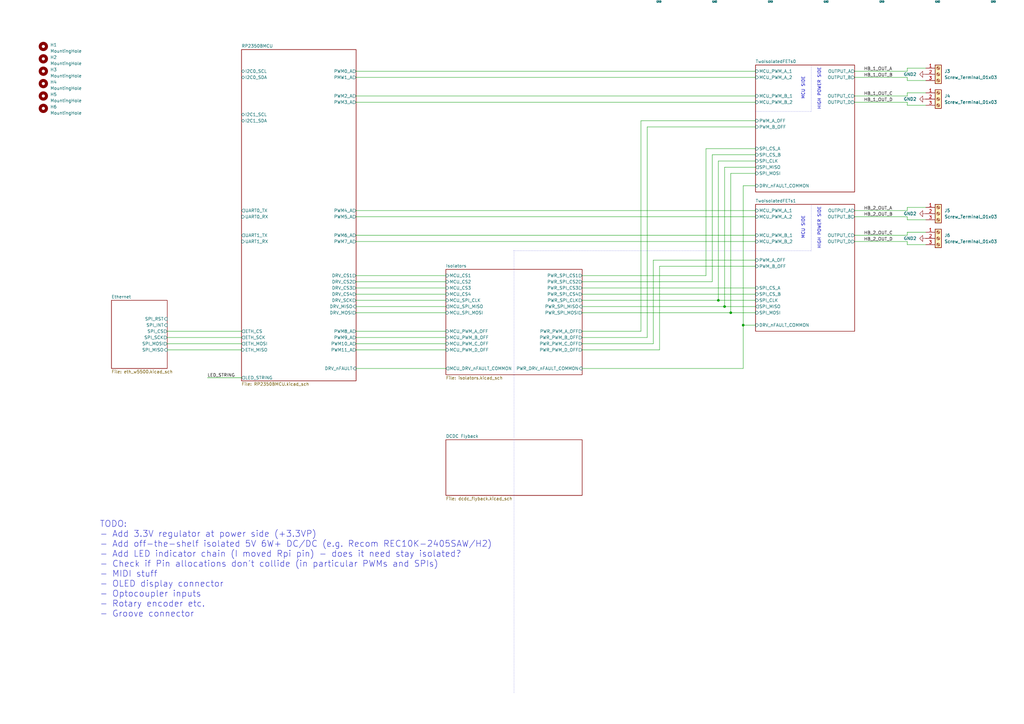
<source format=kicad_sch>
(kicad_sch (version 20250114) (generator "eeschema") (generator_version "9.0")
  (paper "A3")
  (lib_symbols
    (symbol "Connector:Screw_Terminal_01x03" (pin_names (offset 1.016) (hide yes))
      (property "Reference" "J" (at 0 5.08 0))
      (property "Value" "Screw_Terminal_01x03" (at 0 -5.08 0))
      (symbol "Screw_Terminal_01x03_1_1"
        (rectangle (start -1.27 3.81) (end 1.27 -3.81) (stroke (width 0.254)) (fill (type background)))
        (polyline (pts (xy -0.5334 2.8702) (xy 0.3302 2.032)) (stroke (width 0.1524)))
        (polyline (pts (xy -0.5334 0.3302) (xy 0.3302 -0.508)) (stroke (width 0.1524)))
        (polyline (pts (xy -0.5334 -2.2098) (xy 0.3302 -3.048)) (stroke (width 0.1524)))
        (polyline (pts (xy -0.3556 3.048) (xy 0.508 2.2098)) (stroke (width 0.1524)))
        (polyline (pts (xy -0.3556 0.508) (xy 0.508 -0.3302)) (stroke (width 0.1524)))
        (polyline (pts (xy -0.3556 -2.032) (xy 0.508 -2.8702)) (stroke (width 0.1524)))
        (circle (center 0 2.54) (radius 0.635) (stroke (width 0.1524)))
        (circle (center 0 0) (radius 0.635) (stroke (width 0.1524)))
        (circle (center 0 -2.54) (radius 0.635) (stroke (width 0.1524)))
        (pin passive line (at -5.08 2.54 0) (length 3.81) (name "Pin_1") (number "1"))
        (pin passive line (at -5.08 0 0) (length 3.81) (name "Pin_2") (number "2"))
        (pin passive line (at -5.08 -2.54 0) (length 3.81) (name "Pin_3") (number "3"))
      )
    )
    (symbol "Mechanical:MountingHole" (pin_names (offset 1.016))
      (property "Reference" "H" (at 0 5.08 0))
      (property "Value" "MountingHole" (at 0 3.175 0))
      (symbol "MountingHole_0_1"
        (circle (center 0 0) (radius 1.27) (stroke (width 1.27)))
      )
    )
    (symbol "TINRS - Wobbler (pico)sch-eagle-import:C-EUC0402"
      (property "Reference" "C" (at 1.524 0.381 0))
      (property "Value" "C-EUC0402" (at 1.524 -4.699 0))
      (symbol "C-EUC0402_1_0"
        (rectangle (start -0.762 -1.016) (end 0.762 -0.508) (fill (type outline)))
        (rectangle (start -0.762 -2.032) (end 0.762 -1.524) (fill (type outline)))
        (polyline (pts (xy 0 0) (xy 0 -0.508)) (stroke (width 0.1524)))
        (polyline (pts (xy 0 -2.54) (xy 0 -2.032)) (stroke (width 0.1524)))
        (pin passive line (at 0 2.54 270) (length 2.54) (name "1") (number "1"))
        (pin passive line (at 0 -5.08 90) (length 2.54) (name "2") (number "2"))
      )
    )
    (symbol "TINRS - Wobbler (pico)sch-eagle-import:GND" (power)
      (property "Value" "GND" (at 0 -1.27 0))
      (symbol "GND_1_0"
        (polyline (pts (xy -1.905 0) (xy 1.905 0)) (stroke (width 0.254)))
        (polyline (pts (xy -1.397 -0.508) (xy 1.397 -0.508)) (stroke (width 0.254)))
        (polyline (pts (xy -0.889 -1.016) (xy 0.889 -1.016)) (stroke (width 0.254)))
        (pin power_in line (at 0 2.54 270) (length 2.54) (name "GND") (number "1"))
      )
    )
    (symbol "TinyLEDs:XL-1010"
      (symbol "XL-1010_0_1"
        (rectangle (start -3.81 6.35) (end 3.81 -2.54))
      )
      (symbol "XL-1010_1_1"
        (pin input line (at -6.35 0 0) (length 2.54) (name "DI") (number "4"))
        (pin power_in line (at 0 8.89 270) (length 2.54) (name "VDD") (number "2"))
        (pin power_in line (at 0 -5.08 90) (length 2.54) (name "GND") (number "3"))
        (pin output line (at 6.35 0 180) (length 2.54) (name "DO") (number "1"))
      )
    )
    (symbol "power:+3.3V" (power) (pin_numbers (hide yes)) (pin_names (offset 0) (hide yes))
      (property "Value" "+3.3V" (at 0 3.556 0))
      (symbol "+3.3V_0_1"
        (polyline (pts (xy -0.762 1.27) (xy 0 2.54)))
        (polyline (pts (xy 0 2.54) (xy 0.762 1.27)))
        (polyline (pts (xy 0 0) (xy 0 2.54)))
      )
      (symbol "+3.3V_1_1"
        (pin power_in line (at 0 0 90) (length 0) (name "~") (number "1"))
      )
    )
    (symbol "power:GND2" (power) (pin_numbers (hide yes)) (pin_names (offset 0) (hide yes))
      (property "Value" "GND2" (at 0 -3.81 0))
      (symbol "GND2_0_1"
        (polyline (pts (xy 0 0) (xy 0 -1.27) (xy 1.27 -1.27) (xy 0 -2.54) (xy -1.27 -1.27) (xy 0 -1.27)))
      )
      (symbol "GND2_1_1"
        (pin power_in line (at 0 0 270) (length 0) (name "~") (number "1"))
      )
    )
  )
  (text "MCU SIDE" (at 329.438 93.218 90) (effects (font (size 1.27 1.27))))
  (text "HIGH POWER SIDE" (at 336.042 36.322 90) (effects (font (size 1.27 1.27))))
  (text "MCU SIDE" (at 329.438 36.068 90) (effects (font (size 1.27 1.27))))
  (text "HIGH POWER SIDE" (at 336.042 93.472 90) (effects (font (size 1.27 1.27))))
  (text "TODO:\n- Add 3.3V regulator at power side (+3.3VP)\n- Add off-the-shelf isolated 5V 6W+ DC/DC (e.g. Recom REC10K-2405SAW/H2)\n- Add LED indicator chain (I moved Rpi pin) - does it need stay isolated?\n- Check if Pin allocations don't collide (in particular PWMs and SPIs)\n- MIDI stuff\n- OLED display connector\n- Optocoupler inputs\n- Rotary encoder etc.\n- Groove connector" (at 40.894 233.426 0) (effects (font (size 2.54 2.54)) (justify left)))
  (junction (at 304.8 133.35))
  (junction (at 297.18 125.73))
  (junction (at 294.64 123.19))
  (junction (at 299.72 128.27))
  (wire (pts (xy 238.76 125.73) (xy 297.18 125.73)))
  (wire (pts (xy 309.88 71.12) (xy 299.72 71.12)))
  (wire (pts (xy 297.18 125.73) (xy 309.88 125.73)))
  (wire (pts (xy 299.72 128.27) (xy 309.88 128.27)))
  (wire (pts (xy 146.05 99.06) (xy 309.88 99.06)))
  (wire (pts (xy 289.56 60.96) (xy 289.56 113.03)))
  (wire (pts (xy 309.88 76.2) (xy 304.8 76.2)))
  (wire (pts (xy 372.11 43.18) (xy 372.11 41.91)))
  (wire (pts (xy 350.52 39.37) (xy 372.11 39.37)))
  (wire (pts (xy 146.05 86.36) (xy 309.88 86.36)))
  (wire (pts (xy 146.05 138.43) (xy 182.88 138.43)))
  (wire (pts (xy 372.11 90.17) (xy 372.11 88.9)))
  (wire (pts (xy 267.97 106.68) (xy 267.97 140.97)))
  (wire (pts (xy 68.58 135.89) (xy 99.06 135.89)))
  (wire (pts (xy 379.73 43.18) (xy 372.11 43.18)))
  (wire (pts (xy 262.89 49.53) (xy 262.89 135.89)))
  (wire (pts (xy 238.76 138.43) (xy 265.43 138.43)))
  (wire (pts (xy 304.8 76.2) (xy 304.8 133.35)))
  (wire (pts (xy 146.05 128.27) (xy 182.88 128.27)))
  (wire (pts (xy 379.73 33.02) (xy 372.11 33.02)))
  (polyline (pts (xy 332.74 102.87) (xy 332.74 83.82)) (stroke (width 0) (type dot)))
  (wire (pts (xy 146.05 135.89) (xy 182.88 135.89)))
  (wire (pts (xy 265.43 52.07) (xy 309.88 52.07)))
  (wire (pts (xy 304.8 133.35) (xy 309.88 133.35)))
  (wire (pts (xy 372.11 95.25) (xy 379.73 95.25)))
  (wire (pts (xy 146.05 125.73) (xy 182.88 125.73)))
  (wire (pts (xy 238.76 140.97) (xy 267.97 140.97)))
  (wire (pts (xy 355.6 -19.05) (xy 365.76 -19.05)))
  (wire (pts (xy 292.1 63.5) (xy 309.88 63.5)))
  (wire (pts (xy 146.05 143.51) (xy 182.88 143.51)))
  (wire (pts (xy 372.11 96.52) (xy 372.11 95.25)))
  (wire (pts (xy 424.18 -19.05) (xy 434.34 -19.05)))
  (wire (pts (xy 146.05 88.9) (xy 309.88 88.9)))
  (wire (pts (xy 68.58 138.43) (xy 99.06 138.43)))
  (wire (pts (xy 309.88 49.53) (xy 262.89 49.53)))
  (wire (pts (xy 265.43 138.43) (xy 265.43 52.07)))
  (polyline (pts (xy 210.82 102.87) (xy 309.88 102.87)) (stroke (width 0) (type dot)))
  (wire (pts (xy 372.11 85.09) (xy 379.73 85.09)))
  (polyline (pts (xy 309.88 45.72) (xy 332.74 45.72)) (stroke (width 0) (type dot)))
  (wire (pts (xy 294.64 123.19) (xy 309.88 123.19)))
  (wire (pts (xy 238.76 128.27) (xy 299.72 128.27)))
  (wire (pts (xy 68.58 143.51) (xy 99.06 143.51)))
  (wire (pts (xy 294.64 66.04) (xy 294.64 123.19)))
  (wire (pts (xy 372.11 27.94) (xy 379.73 27.94)))
  (wire (pts (xy 350.52 29.21) (xy 372.11 29.21)))
  (wire (pts (xy 350.52 31.75) (xy 372.11 31.75)))
  (wire (pts (xy 372.11 33.02) (xy 372.11 31.75)))
  (wire (pts (xy 309.88 66.04) (xy 294.64 66.04)))
  (wire (pts (xy 146.05 29.21) (xy 309.88 29.21)))
  (wire (pts (xy 146.05 39.37) (xy 309.88 39.37)))
  (wire (pts (xy 304.8 151.13) (xy 304.8 133.35)))
  (wire (pts (xy 238.76 113.03) (xy 289.56 113.03)))
  (wire (pts (xy 350.52 88.9) (xy 372.11 88.9)))
  (wire (pts (xy 85.09 154.94) (xy 99.06 154.94)))
  (wire (pts (xy 238.76 120.65) (xy 309.88 120.65)))
  (wire (pts (xy 350.52 99.06) (xy 372.11 99.06)))
  (wire (pts (xy 146.05 151.13) (xy 182.88 151.13)))
  (wire (pts (xy 372.11 86.36) (xy 372.11 85.09)))
  (wire (pts (xy 379.73 90.17) (xy 372.11 90.17)))
  (wire (pts (xy 146.05 41.91) (xy 309.88 41.91)))
  (wire (pts (xy 332.74 -19.05) (xy 342.9 -19.05)))
  (wire (pts (xy 238.76 118.11) (xy 309.88 118.11)))
  (wire (pts (xy 309.88 106.68) (xy 267.97 106.68)))
  (wire (pts (xy 309.88 60.96) (xy 289.56 60.96)))
  (wire (pts (xy 350.52 96.52) (xy 372.11 96.52)))
  (polyline (pts (xy 332.74 45.72) (xy 332.74 26.67)) (stroke (width 0) (type dot)))
  (polyline (pts (xy 309.88 102.87) (xy 332.74 102.87)) (stroke (width 0) (type dot)))
  (wire (pts (xy 292.1 115.57) (xy 292.1 63.5)))
  (wire (pts (xy 372.11 100.33) (xy 372.11 99.06)))
  (wire (pts (xy 350.52 86.36) (xy 372.11 86.36)))
  (wire (pts (xy 238.76 135.89) (xy 262.89 135.89)))
  (wire (pts (xy 146.05 31.75) (xy 309.88 31.75)))
  (wire (pts (xy 297.18 68.58) (xy 297.18 125.73)))
  (wire (pts (xy 372.11 29.21) (xy 372.11 27.94)))
  (wire (pts (xy 297.18 -19.05) (xy 287.02 -19.05)))
  (wire (pts (xy 146.05 140.97) (xy 182.88 140.97)))
  (wire (pts (xy 270.51 143.51) (xy 270.51 109.22)))
  (wire (pts (xy 146.05 118.11) (xy 182.88 118.11)))
  (wire (pts (xy 299.72 71.12) (xy 299.72 128.27)))
  (wire (pts (xy 309.88 -19.05) (xy 320.04 -19.05)))
  (wire (pts (xy 270.51 109.22) (xy 309.88 109.22)))
  (wire (pts (xy 350.52 41.91) (xy 372.11 41.91)))
  (wire (pts (xy 146.05 123.19) (xy 182.88 123.19)))
  (wire (pts (xy 309.88 68.58) (xy 297.18 68.58)))
  (wire (pts (xy 401.32 -19.05) (xy 411.48 -19.05)))
  (wire (pts (xy 238.76 115.57) (xy 292.1 115.57)))
  (polyline (pts (xy 210.82 102.87) (xy 210.82 284.48)) (stroke (width 0) (type dot)))
  (wire (pts (xy 146.05 115.57) (xy 182.88 115.57)))
  (wire (pts (xy 238.76 143.51) (xy 270.51 143.51)))
  (wire (pts (xy 238.76 123.19) (xy 294.64 123.19)))
  (wire (pts (xy 146.05 113.03) (xy 182.88 113.03)))
  (wire (pts (xy 379.73 100.33) (xy 372.11 100.33)))
  (wire (pts (xy 372.11 38.1) (xy 379.73 38.1)))
  (wire (pts (xy 146.05 96.52) (xy 309.88 96.52)))
  (wire (pts (xy 372.11 39.37) (xy 372.11 38.1)))
  (wire (pts (xy 146.05 120.65) (xy 182.88 120.65)))
  (wire (pts (xy 378.46 -19.05) (xy 388.62 -19.05)))
  (wire (pts (xy 68.58 140.97) (xy 99.06 140.97)))
  (wire (pts (xy 238.76 151.13) (xy 304.8 151.13)))
  (label "HB_1_OUT_A" (at 354.33 29.21 0))
  (label "HB_2_OUT_C" (at 354.33 96.52 0))
  (label "HB_2_OUT_D" (at 354.33 99.06 0))
  (label "HB_2_OUT_B" (at 354.33 88.9 0))
  (label "LED_STRING" (at 274.32 -19.05 180))
  (label "HB_1_OUT_B" (at 354.33 31.75 0))
  (label "HB_1_OUT_D" (at 354.33 41.91 0))
  (label "LED_STRING" (at 85.09 154.94 0))
  (label "HB_1_OUT_C" (at 354.33 39.37 0))
  (label "HB_2_OUT_A" (at 354.33 86.36 0))
  (symbol (lib_id "power:+3.3V") (at 407.67 -11.43 0) (unit 1)
    (property "Reference" "#PWR0163" (effects (hide yes)))
    (property "Value" "+3V3" (at 407.416 -14.986 0))
  )
  (symbol (lib_id "power:+3.3V") (at 326.39 -27.94 0) (unit 1)
    (property "Reference" "#PWR0156" (effects (hide yes)))
    (property "Value" "+3V3" (at 326.39 -31.496 0))
  )
  (symbol (lib_id "TINRS - Wobbler (pico)sch-eagle-import:GND") (at 326.39 -11.43 0) (mirror y) (unit 1)
    (property "Reference" "#GND032" (effects (hide yes)))
    (property "Value" "GND" (at 326.136 -9.906 0) (effects (font (size 0.762 0.6477)) (justify top)))
  )
  (symbol (lib_id "power:+3.3V") (at 430.53 -11.43 0) (unit 1)
    (property "Reference" "#PWR0165" (effects (hide yes)))
    (property "Value" "+3V3" (at 430.276 -14.986 0))
  )
  (symbol (lib_id "TinyLEDs:XL-1010") (at 440.69 -19.05 0) (unit 1)
    (property "Reference" "D23" (effects (hide yes)))
    (property "Value" "C5349953" (effects (hide yes)))
    (property "Footprint" "TinyLEDs:XL-1010" (effects (hide yes)))
    (property "Datasheet" "https://datasheet.lcsc.com/lcsc/2301111010_XINGLIGHT-XL-1010RGBC-WS2812B_C5349953.pdf" (effects (hide yes)))
  )
  (symbol (lib_id "power:+3.3V") (at 280.67 -27.94 0) (unit 1)
    (property "Reference" "#PWR012" (effects (hide yes)))
    (property "Value" "+3V3" (at 280.67 -31.496 0))
  )
  (symbol (lib_id "TINRS - Wobbler (pico)sch-eagle-import:GND") (at 417.83 -11.43 0) (mirror y) (unit 1)
    (property "Reference" "#GND040" (effects (hide yes)))
    (property "Value" "GND" (at 417.576 -9.906 0) (effects (font (size 0.762 0.6477)) (justify top)))
  )
  (symbol (lib_id "TinyLEDs:XL-1010") (at 394.97 -19.05 0) (unit 1)
    (property "Reference" "D21" (effects (hide yes)))
    (property "Value" "C5349953" (effects (hide yes)))
    (property "Footprint" "TinyLEDs:XL-1010" (effects (hide yes)))
    (property "Datasheet" "https://datasheet.lcsc.com/lcsc/2301111010_XINGLIGHT-XL-1010RGBC-WS2812B_C5349953.pdf" (effects (hide yes)))
  )
  (symbol (lib_id "TINRS - Wobbler (pico)sch-eagle-import:GND") (at 361.95 -1.27 0) (mirror y) (unit 1)
    (property "Reference" "#GND035" (effects (hide yes)))
    (property "Value" "GND" (at 361.696 0.254 0) (effects (font (size 0.762 0.6477)) (justify top)))
  )
  (symbol (lib_id "TinyLEDs:XL-1010") (at 326.39 -19.05 0) (unit 1)
    (property "Reference" "D18" (effects (hide yes)))
    (property "Value" "C5349953" (effects (hide yes)))
    (property "Footprint" "TinyLEDs:XL-1010" (effects (hide yes)))
    (property "Datasheet" "https://datasheet.lcsc.com/lcsc/2301111010_XINGLIGHT-XL-1010RGBC-WS2812B_C5349953.pdf" (effects (hide yes)))
  )
  (symbol (lib_id "TINRS - Wobbler (pico)sch-eagle-import:C-EUC0402") (at 270.51 -6.35 180) (unit 1)
    (property "Reference" "C1" (at 266.954 -9.652 90) (effects (font (size 1.778 1.5113)) (justify left bottom)))
    (property "Value" "100nF" (at 271.526 -10.668 90) (effects (font (size 1.778 1.5113)) (justify left bottom)))
    (property "Footprint" "Capacitor_SMD:C_0402_1005Metric" (effects (hide yes)))
  )
  (symbol (lib_id "TINRS - Wobbler (pico)sch-eagle-import:GND") (at 384.81 -1.27 0) (mirror y) (unit 1)
    (property "Reference" "#GND037" (effects (hide yes)))
    (property "Value" "GND" (at 384.556 0.254 0) (effects (font (size 0.762 0.6477)) (justify top)))
  )
  (symbol (lib_id "power:+3.3V") (at 384.81 -11.43 0) (unit 1)
    (property "Reference" "#PWR0161" (effects (hide yes)))
    (property "Value" "+3V3" (at 384.556 -14.986 0))
  )
  (symbol (lib_id "power:+3.3V") (at 417.83 -27.94 0) (unit 1)
    (property "Reference" "#PWR0164" (effects (hide yes)))
    (property "Value" "+3V3" (at 417.83 -31.496 0))
  )
  (symbol (lib_id "power:GND2") (at 379.73 87.63 270) (unit 1)
    (property "Reference" "#PWR0171" (effects (hide yes)))
    (property "Value" "GND2" (at 375.92 87.6299 90) (effects (justify right)))
    (property "Description" "Power symbol creates a global label with name \"GND2\" , ground" (effects (hide yes)))
  )
  (symbol (lib_id "power:+3.3V") (at 349.25 -27.94 0) (unit 1)
    (property "Reference" "#PWR0158" (effects (hide yes)))
    (property "Value" "+3V3" (at 349.25 -31.496 0))
  )
  (symbol (lib_id "power:GND2") (at 379.73 97.79 270) (unit 1)
    (property "Reference" "#PWR0172" (effects (hide yes)))
    (property "Value" "GND2" (at 375.92 97.7899 90) (effects (justify right)))
    (property "Description" "Power symbol creates a global label with name \"GND2\" , ground" (effects (hide yes)))
  )
  (symbol (lib_id "TINRS - Wobbler (pico)sch-eagle-import:GND") (at 316.23 -1.27 0) (mirror y) (unit 1)
    (property "Reference" "#GND031" (effects (hide yes)))
    (property "Value" "GND" (at 315.976 0.254 0) (effects (font (size 0.762 0.6477)) (justify top)))
  )
  (symbol (lib_id "TINRS - Wobbler (pico)sch-eagle-import:GND") (at 280.67 -11.43 0) (mirror y) (unit 1)
    (property "Reference" "#GND02" (effects (hide yes)))
    (property "Value" "GND" (at 280.416 -9.906 0) (effects (font (size 0.762 0.6477)) (justify top)))
  )
  (symbol (lib_id "TinyLEDs:XL-1010") (at 280.67 -19.05 0) (unit 1)
    (property "Reference" "D2" (effects (hide yes)))
    (property "Value" "C5349953" (effects (hide yes)))
    (property "Footprint" "TinyLEDs:XL-1010" (effects (hide yes)))
    (property "Datasheet" "https://datasheet.lcsc.com/lcsc/2301111010_XINGLIGHT-XL-1010RGBC-WS2812B_C5349953.pdf" (effects (hide yes)))
  )
  (symbol (lib_id "TINRS - Wobbler (pico)sch-eagle-import:GND") (at 430.53 -1.27 0) (mirror y) (unit 1)
    (property "Reference" "#GND041" (effects (hide yes)))
    (property "Value" "GND" (at 430.276 0.254 0) (effects (font (size 0.762 0.6477)) (justify top)))
  )
  (symbol (lib_id "power:+3.3V") (at 316.23 -11.43 0) (unit 1)
    (property "Reference" "#PWR0129" (effects (hide yes)))
    (property "Value" "+3V3" (at 315.976 -14.986 0))
  )
  (symbol (lib_id "power:+3.3V") (at 372.11 -27.94 0) (unit 1)
    (property "Reference" "#PWR0160" (effects (hide yes)))
    (property "Value" "+3V3" (at 372.11 -31.496 0))
  )
  (symbol (lib_id "TINRS - Wobbler (pico)sch-eagle-import:GND") (at 270.51 -1.27 0) (mirror y) (unit 1)
    (property "Reference" "#GND01" (effects (hide yes)))
    (property "Value" "GND" (at 270.256 0.254 0) (effects (font (size 0.762 0.6477)) (justify top)))
  )
  (symbol (lib_id "TINRS - Wobbler (pico)sch-eagle-import:C-EUC0402") (at 293.37 -6.35 180) (unit 1)
    (property "Reference" "C2" (at 289.814 -9.652 90) (effects (font (size 1.778 1.5113)) (justify left bottom)))
    (property "Value" "100nF" (at 294.386 -10.668 90) (effects (font (size 1.778 1.5113)) (justify left bottom)))
    (property "Footprint" "Capacitor_SMD:C_0402_1005Metric" (effects (hide yes)))
  )
  (symbol (lib_id "TinyLEDs:XL-1010") (at 372.11 -19.05 0) (unit 1)
    (property "Reference" "D20" (effects (hide yes)))
    (property "Value" "C5349953" (effects (hide yes)))
    (property "Footprint" "TinyLEDs:XL-1010" (effects (hide yes)))
    (property "Datasheet" "https://datasheet.lcsc.com/lcsc/2301111010_XINGLIGHT-XL-1010RGBC-WS2812B_C5349953.pdf" (effects (hide yes)))
  )
  (symbol (lib_id "TINRS - Wobbler (pico)sch-eagle-import:C-EUC0402") (at 384.81 -6.35 180) (unit 1)
    (property "Reference" "C89" (at 381.254 -9.652 90) (effects (font (size 1.778 1.5113)) (justify left bottom)))
    (property "Value" "100nF" (at 385.826 -10.668 90) (effects (font (size 1.778 1.5113)) (justify left bottom)))
    (property "Footprint" "Capacitor_SMD:C_0402_1005Metric" (effects (hide yes)))
  )
  (symbol (lib_id "TINRS - Wobbler (pico)sch-eagle-import:C-EUC0402") (at 316.23 -6.35 180) (unit 1)
    (property "Reference" "C86" (at 312.674 -9.652 90) (effects (font (size 1.778 1.5113)) (justify left bottom)))
    (property "Value" "100nF" (at 317.246 -10.668 90) (effects (font (size 1.778 1.5113)) (justify left bottom)))
    (property "Footprint" "Capacitor_SMD:C_0402_1005Metric" (effects (hide yes)))
  )
  (symbol (lib_id "TINRS - Wobbler (pico)sch-eagle-import:GND") (at 339.09 -1.27 0) (mirror y) (unit 1)
    (property "Reference" "#GND033" (effects (hide yes)))
    (property "Value" "GND" (at 338.836 0.254 0) (effects (font (size 0.762 0.6477)) (justify top)))
  )
  (symbol (lib_id "Mechanical:MountingHole") (at 17.78 19.05 0) (unit 1)
    (property "Reference" "H1" (at 20.574 18.415 0) (effects (justify left)))
    (property "Value" "MountingHole" (at 20.574 20.955 0) (effects (justify left)))
    (property "Footprint" "MountingHole:MountingHole_3.2mm_M3" (effects (hide yes)))
  )
  (symbol (lib_id "Mechanical:MountingHole") (at 17.78 44.45 0) (unit 1)
    (property "Reference" "H6" (at 20.574 43.815 0) (effects (justify left)))
    (property "Value" "MountingHole" (at 20.574 46.355 0) (effects (justify left)))
    (property "Footprint" "MountingHole:MountingHole_3.2mm_M3" (effects (hide yes)))
  )
  (symbol (lib_id "TINRS - Wobbler (pico)sch-eagle-import:GND") (at 303.53 -11.43 0) (mirror y) (unit 1)
    (property "Reference" "#GND04" (effects (hide yes)))
    (property "Value" "GND" (at 303.276 -9.906 0) (effects (font (size 0.762 0.6477)) (justify top)))
  )
  (symbol (lib_id "power:+3.3V") (at 361.95 -11.43 0) (unit 1)
    (property "Reference" "#PWR0159" (effects (hide yes)))
    (property "Value" "+3V3" (at 361.696 -14.986 0))
  )
  (symbol (lib_id "TinyLEDs:XL-1010") (at 349.25 -19.05 0) (unit 1)
    (property "Reference" "D19" (effects (hide yes)))
    (property "Value" "C5349953" (effects (hide yes)))
    (property "Footprint" "TinyLEDs:XL-1010" (effects (hide yes)))
    (property "Datasheet" "https://datasheet.lcsc.com/lcsc/2301111010_XINGLIGHT-XL-1010RGBC-WS2812B_C5349953.pdf" (effects (hide yes)))
  )
  (symbol (lib_id "power:+3.3V") (at 440.69 -27.94 0) (unit 1)
    (property "Reference" "#PWR0166" (effects (hide yes)))
    (property "Value" "+3V3" (at 440.69 -31.496 0))
  )
  (symbol (lib_id "TINRS - Wobbler (pico)sch-eagle-import:C-EUC0402") (at 407.67 -6.35 180) (unit 1)
    (property "Reference" "C90" (at 404.114 -9.652 90) (effects (font (size 1.778 1.5113)) (justify left bottom)))
    (property "Value" "100nF" (at 408.686 -10.668 90) (effects (font (size 1.778 1.5113)) (justify left bottom)))
    (property "Footprint" "Capacitor_SMD:C_0402_1005Metric" (effects (hide yes)))
  )
  (symbol (lib_id "Connector:Screw_Terminal_01x03") (at 384.81 40.64 0) (unit 1)
    (property "Reference" "J4" (at 387.35 39.3699 0) (effects (justify left)))
    (property "Value" "Screw_Terminal_01x03" (at 387.35 41.9099 0) (effects (justify left)))
    (property "Footprint" "TerminalBlock_Phoenix:TerminalBlock_Phoenix_MKDS-1,5-3-5.08_1x03_P5.08mm_Horizontal" (effects (hide yes)))
    (property "Description" "Generic screw terminal, single row, 01x03, script generated (kicad-library-utils/schlib/autogen/connector/)" (effects (hide yes)))
  )
  (symbol (lib_id "power:GND2") (at 379.73 40.64 270) (unit 1)
    (property "Reference" "#PWR0170" (effects (hide yes)))
    (property "Value" "GND2" (at 375.92 40.6399 90) (effects (justify right)))
    (property "Description" "Power symbol creates a global label with name \"GND2\" , ground" (effects (hide yes)))
  )
  (symbol (lib_id "Mechanical:MountingHole") (at 17.78 24.13 0) (unit 1)
    (property "Reference" "H2" (at 20.574 23.495 0) (effects (justify left)))
    (property "Value" "MountingHole" (at 20.574 26.035 0) (effects (justify left)))
    (property "Footprint" "MountingHole:MountingHole_3.2mm_M3" (effects (hide yes)))
  )
  (symbol (lib_id "power:+3.3V") (at 394.97 -27.94 0) (unit 1)
    (property "Reference" "#PWR0162" (effects (hide yes)))
    (property "Value" "+3V3" (at 394.97 -31.496 0))
  )
  (symbol (lib_id "TINRS - Wobbler (pico)sch-eagle-import:C-EUC0402") (at 430.53 -6.35 180) (unit 1)
    (property "Reference" "C91" (at 426.974 -9.652 90) (effects (font (size 1.778 1.5113)) (justify left bottom)))
    (property "Value" "100nF" (at 431.546 -10.668 90) (effects (font (size 1.778 1.5113)) (justify left bottom)))
    (property "Footprint" "Capacitor_SMD:C_0402_1005Metric" (effects (hide yes)))
  )
  (symbol (lib_id "TINRS - Wobbler (pico)sch-eagle-import:GND") (at 407.67 -1.27 0) (mirror y) (unit 1)
    (property "Reference" "#GND039" (effects (hide yes)))
    (property "Value" "GND" (at 407.416 0.254 0) (effects (font (size 0.762 0.6477)) (justify top)))
  )
  (symbol (lib_id "TINRS - Wobbler (pico)sch-eagle-import:C-EUC0402") (at 339.09 -6.35 180) (unit 1)
    (property "Reference" "C87" (at 335.534 -9.652 90) (effects (font (size 1.778 1.5113)) (justify left bottom)))
    (property "Value" "100nF" (at 340.106 -10.668 90) (effects (font (size 1.778 1.5113)) (justify left bottom)))
    (property "Footprint" "Capacitor_SMD:C_0402_1005Metric" (effects (hide yes)))
  )
  (symbol (lib_id "power:+3.3V") (at 293.37 -11.43 0) (unit 1)
    (property "Reference" "#PWR013" (effects (hide yes)))
    (property "Value" "+3V3" (at 293.116 -14.986 0))
  )
  (symbol (lib_id "power:+3.3V") (at 303.53 -27.94 0) (unit 1)
    (property "Reference" "#PWR014" (effects (hide yes)))
    (property "Value" "+3V3" (at 303.53 -31.496 0))
  )
  (symbol (lib_id "power:+3.3V") (at 270.51 -11.43 0) (unit 1)
    (property "Reference" "#PWR011" (effects (hide yes)))
    (property "Value" "+3V3" (at 270.256 -14.986 0))
  )
  (symbol (lib_id "TINRS - Wobbler (pico)sch-eagle-import:GND") (at 394.97 -11.43 0) (mirror y) (unit 1)
    (property "Reference" "#GND038" (effects (hide yes)))
    (property "Value" "GND" (at 394.716 -9.906 0) (effects (font (size 0.762 0.6477)) (justify top)))
  )
  (symbol (lib_id "Connector:Screw_Terminal_01x03") (at 384.81 87.63 0) (unit 1)
    (property "Reference" "J5" (at 387.35 86.3599 0) (effects (justify left)))
    (property "Value" "Screw_Terminal_01x03" (at 387.35 88.8999 0) (effects (justify left)))
    (property "Footprint" "TerminalBlock_Phoenix:TerminalBlock_Phoenix_MKDS-1,5-3-5.08_1x03_P5.08mm_Horizontal" (effects (hide yes)))
    (property "Description" "Generic screw terminal, single row, 01x03, script generated (kicad-library-utils/schlib/autogen/connector/)" (effects (hide yes)))
  )
  (symbol (lib_id "power:GND2") (at 379.73 30.48 270) (unit 1)
    (property "Reference" "#PWR099" (effects (hide yes)))
    (property "Value" "GND2" (at 375.92 30.4799 90) (effects (justify right)))
    (property "Description" "Power symbol creates a global label with name \"GND2\" , ground" (effects (hide yes)))
  )
  (symbol (lib_id "power:+3.3V") (at 339.09 -11.43 0) (unit 1)
    (property "Reference" "#PWR0157" (effects (hide yes)))
    (property "Value" "+3V3" (at 338.836 -14.986 0))
  )
  (symbol (lib_id "TINRS - Wobbler (pico)sch-eagle-import:GND") (at 372.11 -11.43 0) (mirror y) (unit 1)
    (property "Reference" "#GND036" (effects (hide yes)))
    (property "Value" "GND" (at 371.856 -9.906 0) (effects (font (size 0.762 0.6477)) (justify top)))
  )
  (symbol (lib_id "Mechanical:MountingHole") (at 17.78 34.29 0) (unit 1)
    (property "Reference" "H4" (at 20.574 33.655 0) (effects (justify left)))
    (property "Value" "MountingHole" (at 20.574 36.195 0) (effects (justify left)))
    (property "Footprint" "MountingHole:MountingHole_3.2mm_M3" (effects (hide yes)))
  )
  (symbol (lib_id "Mechanical:MountingHole") (at 17.78 39.37 0) (unit 1)
    (property "Reference" "H5" (at 20.574 38.735 0) (effects (justify left)))
    (property "Value" "MountingHole" (at 20.574 41.275 0) (effects (justify left)))
    (property "Footprint" "MountingHole:MountingHole_3.2mm_M3" (effects (hide yes)))
  )
  (symbol (lib_id "TINRS - Wobbler (pico)sch-eagle-import:GND") (at 349.25 -11.43 0) (mirror y) (unit 1)
    (property "Reference" "#GND034" (effects (hide yes)))
    (property "Value" "GND" (at 348.996 -9.906 0) (effects (font (size 0.762 0.6477)) (justify top)))
  )
  (symbol (lib_id "TINRS - Wobbler (pico)sch-eagle-import:C-EUC0402") (at 361.95 -6.35 180) (unit 1)
    (property "Reference" "C88" (at 358.394 -9.652 90) (effects (font (size 1.778 1.5113)) (justify left bottom)))
    (property "Value" "100nF" (at 362.966 -10.668 90) (effects (font (size 1.778 1.5113)) (justify left bottom)))
    (property "Footprint" "Capacitor_SMD:C_0402_1005Metric" (effects (hide yes)))
  )
  (symbol (lib_id "TinyLEDs:XL-1010") (at 303.53 -19.05 0) (unit 1)
    (property "Reference" "D3" (effects (hide yes)))
    (property "Value" "C5349953" (effects (hide yes)))
    (property "Footprint" "TinyLEDs:XL-1010" (effects (hide yes)))
    (property "Datasheet" "https://datasheet.lcsc.com/lcsc/2301111010_XINGLIGHT-XL-1010RGBC-WS2812B_C5349953.pdf" (effects (hide yes)))
  )
  (symbol (lib_id "TINRS - Wobbler (pico)sch-eagle-import:GND") (at 440.69 -11.43 0) (mirror y) (unit 1)
    (property "Reference" "#GND042" (effects (hide yes)))
    (property "Value" "GND" (at 440.436 -9.906 0) (effects (font (size 0.762 0.6477)) (justify top)))
  )
  (symbol (lib_id "Connector:Screw_Terminal_01x03") (at 384.81 97.79 0) (unit 1)
    (property "Reference" "J6" (at 387.35 96.5199 0) (effects (justify left)))
    (property "Value" "Screw_Terminal_01x03" (at 387.35 99.0599 0) (effects (justify left)))
    (property "Footprint" "TerminalBlock_Phoenix:TerminalBlock_Phoenix_MKDS-1,5-3-5.08_1x03_P5.08mm_Horizontal" (effects (hide yes)))
    (property "Description" "Generic screw terminal, single row, 01x03, script generated (kicad-library-utils/schlib/autogen/connector/)" (effects (hide yes)))
  )
  (symbol (lib_id "Connector:Screw_Terminal_01x03") (at 384.81 30.48 0) (unit 1)
    (property "Reference" "J3" (at 387.35 29.2099 0) (effects (justify left)))
    (property "Value" "Screw_Terminal_01x03" (at 387.35 31.7499 0) (effects (justify left)))
    (property "Footprint" "TerminalBlock_Phoenix:TerminalBlock_Phoenix_MKDS-1,5-3-5.08_1x03_P5.08mm_Horizontal" (effects (hide yes)))
    (property "Description" "Generic screw terminal, single row, 01x03, script generated (kicad-library-utils/schlib/autogen/connector/)" (effects (hide yes)))
  )
  (symbol (lib_id "TinyLEDs:XL-1010") (at 417.83 -19.05 0) (unit 1)
    (property "Reference" "D22" (effects (hide yes)))
    (property "Value" "C5349953" (effects (hide yes)))
    (property "Footprint" "TinyLEDs:XL-1010" (effects (hide yes)))
    (property "Datasheet" "https://datasheet.lcsc.com/lcsc/2301111010_XINGLIGHT-XL-1010RGBC-WS2812B_C5349953.pdf" (effects (hide yes)))
  )
  (symbol (lib_id "TINRS - Wobbler (pico)sch-eagle-import:GND") (at 293.37 -1.27 0) (mirror y) (unit 1)
    (property "Reference" "#GND03" (effects (hide yes)))
    (property "Value" "GND" (at 293.116 0.254 0) (effects (font (size 0.762 0.6477)) (justify top)))
  )
  (symbol (lib_id "Mechanical:MountingHole") (at 17.78 29.21 0) (unit 1)
    (property "Reference" "H3" (at 20.574 28.575 0) (effects (justify left)))
    (property "Value" "MountingHole" (at 20.574 31.115 0) (effects (justify left)))
    (property "Footprint" "MountingHole:MountingHole_3.2mm_M3" (effects (hide yes)))
  )
  (sheet (at 182.88 180.34) (size 55.88 22.86) (stroke (width 0.1524))
    (property "Sheetname" "DCDC Flyback" (at 182.88 179.6284 0) (effects (justify left bottom)))
    (property "Sheetfile" "dcdc_flyback.kicad_sch" (at 182.88 203.7846 0) (effects (justify left top)))
  )
  (sheet (at 182.88 110.49) (size 55.88 43.18) (stroke (width 0.1524))
    (property "Sheetname" "Isolators" (at 182.88 109.7784 0) (effects (justify left bottom)))
    (property "Sheetfile" "isolators.kicad_sch" (at 182.88 154.2546 0) (effects (justify left top)))
    (pin "MCU_SPI_MISO" output (at 182.88 125.73 180))
    (pin "MCU_CS3" input (at 182.88 118.11 180))
    (pin "MCU_SPI_CLK" input (at 182.88 123.19 180))
    (pin "PWR_DRV_nFAULT_COMMON" input (at 238.76 151.13 0))
    (pin "PWR_PWM_D_OFF" output (at 238.76 143.51 0))
    (pin "MCU_DRV_nFAULT_COMMON" output (at 182.88 151.13 180))
    (pin "MCU_SPI_MOSI" input (at 182.88 128.27 180))
    (pin "PWR_PWM_A_OFF" output (at 238.76 135.89 0))
    (pin "MCU_PWM_A_OFF" input (at 182.88 135.89 180))
    (pin "MCU_PWM_B_OFF" input (at 182.88 138.43 180))
    (pin "MCU_CS4" input (at 182.88 120.65 180))
    (pin "PWR_SPI_MISO" input (at 238.76 125.73 0))
    (pin "PWR_SPI_CLK" output (at 238.76 123.19 0))
    (pin "PWR_PWM_C_OFF" output (at 238.76 140.97 0))
    (pin "MCU_PWM_D_OFF" input (at 182.88 143.51 180))
    (pin "MCU_CS1" input (at 182.88 113.03 180))
    (pin "MCU_PWM_C_OFF" input (at 182.88 140.97 180))
    (pin "PWR_SPI_CS1" output (at 238.76 113.03 0))
    (pin "PWR_SPI_CS2" output (at 238.76 115.57 0))
    (pin "PWR_PWM_B_OFF" output (at 238.76 138.43 0))
    (pin "PWR_SPI_CS3" output (at 238.76 118.11 0))
    (pin "PWR_SPI_CS4" output (at 238.76 120.65 0))
    (pin "PWR_SPI_MOSI" output (at 238.76 128.27 0))
    (pin "MCU_CS2" input (at 182.88 115.57 180))
  )
  (sheet (at 309.88 26.67) (size 40.64 52.07) (stroke (width 0.1524))
    (property "Sheetname" "TwoIsolatedFETs0" (at 309.88 25.9584 0) (effects (justify left bottom)))
    (property "Sheetfile" "TwoIsolatedFETs.kicad_sch" (effects (hide yes)))
    (pin "MCU_PWM_A_1" input (at 309.88 29.21 180))
    (pin "SPI_CS_A" input (at 309.88 60.96 180))
    (pin "PWM_B_OFF" input (at 309.88 52.07 180))
    (pin "SPI_MISO" output (at 309.88 68.58 180))
    (pin "MCU_PWM_B_2" input (at 309.88 41.91 180))
    (pin "MCU_PWM_B_1" input (at 309.88 39.37 180))
    (pin "SPI_CLK" input (at 309.88 66.04 180))
    (pin "SPI_MOSI" input (at 309.88 71.12 180))
    (pin "PWM_A_OFF" input (at 309.88 49.53 180))
    (pin "MCU_PWM_A_2" input (at 309.88 31.75 180))
    (pin "DRV_nFAULT_COMMON" input (at 309.88 76.2 180))
    (pin "SPI_CS_B" input (at 309.88 63.5 180))
    (pin "OUTPUT_A" output (at 350.52 29.21 0))
    (pin "OUTPUT_C" output (at 350.52 39.37 0))
    (pin "OUTPUT_D" output (at 350.52 41.91 0))
    (pin "OUTPUT_B" output (at 350.52 31.75 0))
  )
  (sheet (at 99.06 20.32) (size 46.99 135.89) (stroke (width 0.1524))
    (property "Sheetname" "RP2350BMCU" (at 99.06 19.6084 0) (effects (justify left bottom)))
    (property "Sheetfile" "RP2350BMCU.kicad_sch" (at 99.06 156.7946 0) (effects (justify left top)))
    (pin "LED_STRING" output (at 99.06 154.94 180))
    (pin "DRV_CS1" output (at 146.05 113.03 0))
    (pin "PWM6_A" output (at 146.05 96.52 0))
    (pin "UART1_RX" input (at 99.06 99.06 180))
    (pin "DRV_CS2" output (at 146.05 115.57 0))
    (pin "ETH_MOSI" output (at 99.06 140.97 180))
    (pin "PWM9_A" output (at 146.05 138.43 0))
    (pin "PWM2_A" output (at 146.05 39.37 0))
    (pin "PWM0_A" output (at 146.05 29.21 0))
    (pin "PWM8_A" output (at 146.05 135.89 0))
    (pin "ETH_SCK" output (at 99.06 138.43 180))
    (pin "UART0_RX" input (at 99.06 88.9 180))
    (pin "PWM5_A" output (at 146.05 88.9 0))
    (pin "PWM3_A" output (at 146.05 41.91 0))
    (pin "PWM7_A" output (at 146.05 99.06 0))
    (pin "ETH_CS" output (at 99.06 135.89 180))
    (pin "ETH_MISO" input (at 99.06 143.51 180))
    (pin "DRV_CS3" output (at 146.05 118.11 0))
    (pin "PWM10_A" output (at 146.05 140.97 0))
    (pin "PWM11_A" output (at 146.05 143.51 0))
    (pin "DRV_CS4" output (at 146.05 120.65 0))
    (pin "PMW1_A" output (at 146.05 31.75 0))
    (pin "PWM4_A" output (at 146.05 86.36 0))
    (pin "DRV_nFAULT" input (at 146.05 151.13 0))
    (pin "DRV_MISO" input (at 146.05 125.73 0))
    (pin "I2C0_SCL" bidirectional (at 99.06 29.21 180))
    (pin "I2C0_SDA" bidirectional (at 99.06 31.75 180))
    (pin "I2C1_SDA" bidirectional (at 99.06 49.53 180))
    (pin "I2C1_SCL" bidirectional (at 99.06 46.99 180))
    (pin "UART1_TX" output (at 99.06 96.52 180))
    (pin "UART0_TX" output (at 99.06 86.36 180))
    (pin "DRV_MOSI" output (at 146.05 128.27 0))
    (pin "DRV_SCK" output (at 146.05 123.19 0))
  )
  (sheet (at 309.88 83.82) (size 40.64 52.07) (stroke (width 0.1524))
    (property "Sheetname" "TwoIsolatedFETs1" (at 309.88 83.1084 0) (effects (justify left bottom)))
    (property "Sheetfile" "TwoIsolatedFETs.kicad_sch" (effects (hide yes)))
    (pin "MCU_PWM_A_1" input (at 309.88 86.36 180))
    (pin "SPI_CS_A" input (at 309.88 118.11 180))
    (pin "PWM_B_OFF" input (at 309.88 109.22 180))
    (pin "SPI_MISO" output (at 309.88 125.73 180))
    (pin "MCU_PWM_B_2" input (at 309.88 99.06 180))
    (pin "MCU_PWM_B_1" input (at 309.88 96.52 180))
    (pin "SPI_CLK" input (at 309.88 123.19 180))
    (pin "SPI_MOSI" input (at 309.88 128.27 180))
    (pin "PWM_A_OFF" input (at 309.88 106.68 180))
    (pin "MCU_PWM_A_2" input (at 309.88 88.9 180))
    (pin "DRV_nFAULT_COMMON" input (at 309.88 133.35 180))
    (pin "SPI_CS_B" input (at 309.88 120.65 180))
    (pin "OUTPUT_A" output (at 350.52 86.36 0))
    (pin "OUTPUT_C" output (at 350.52 96.52 0))
    (pin "OUTPUT_D" output (at 350.52 99.06 0))
    (pin "OUTPUT_B" output (at 350.52 88.9 0))
  )
  (sheet (at 45.72 123.19) (size 22.86 27.94) (stroke (width 0.1524))
    (property "Sheetname" "Ethernet" (at 45.72 122.4784 0) (effects (justify left bottom)))
    (property "Sheetfile" "eth_w5500.kicad_sch" (at 45.72 151.7146 0) (effects (justify left top)))
    (pin "SPI_INT" input (at 68.58 133.35 0))
    (pin "SPI_RST" input (at 68.58 130.81 0))
    (pin "SPI_MISO" input (at 68.58 143.51 0))
    (pin "SPI_CS" output (at 68.58 135.89 0))
    (pin "SPI_SCK" output (at 68.58 138.43 0))
    (pin "SPI_MOSI" output (at 68.58 140.97 0))
  )
)
</source>
